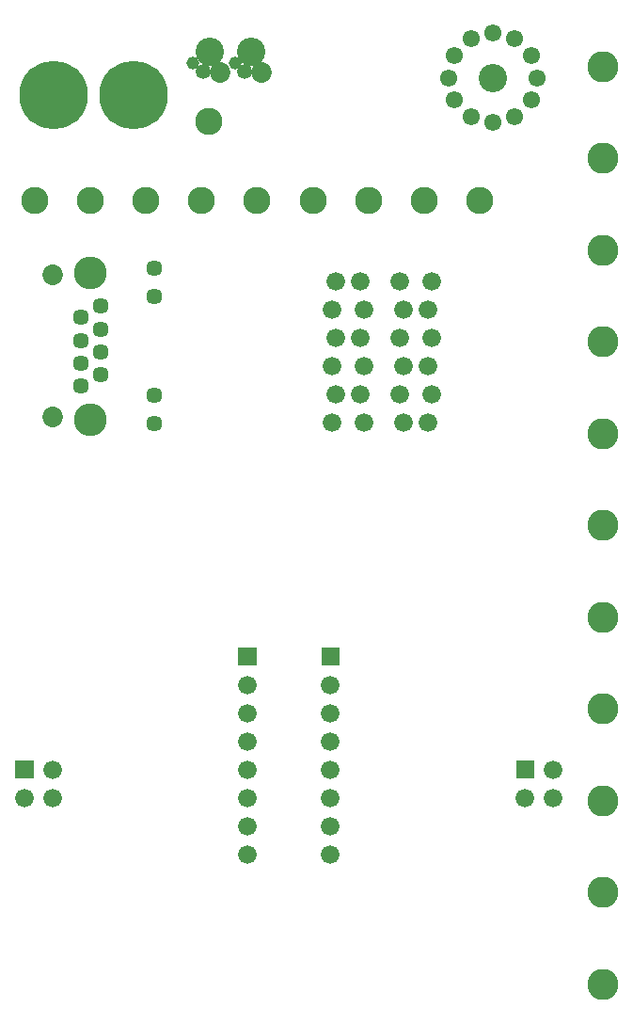
<source format=gbr>
G04 start of page 12 for group -4062 idx -4062 *
G04 Title: (unknown), soldermask *
G04 Creator: pcb 4.2.0 *
G04 CreationDate: Sat Jul  4 16:09:31 2020 UTC *
G04 For: commonadmin *
G04 Format: Gerber/RS-274X *
G04 PCB-Dimensions (mil): 3500.00 8250.00 *
G04 PCB-Coordinate-Origin: lower left *
%MOIN*%
%FSLAX25Y25*%
%LNBOTTOMMASK*%
%ADD199C,0.0001*%
%ADD198C,0.0532*%
%ADD197C,0.0454*%
%ADD196C,0.2422*%
%ADD195C,0.1162*%
%ADD194C,0.0729*%
%ADD193C,0.0960*%
%ADD192C,0.0572*%
%ADD191C,0.0660*%
%ADD190C,0.0966*%
%ADD189C,0.0611*%
%ADD188C,0.1005*%
%ADD187C,0.1103*%
G54D187*X218000Y807000D03*
Y774500D03*
Y742000D03*
Y709500D03*
Y677000D03*
G54D188*X179000Y803000D03*
G54D189*X194748D03*
X192583Y795126D03*
Y810874D03*
X179000Y818748D03*
X186677Y816780D03*
X171323D03*
X163252Y803000D03*
X165417Y795126D03*
Y810874D03*
X179000Y787252D03*
X171323Y789220D03*
X186677D03*
G54D190*X174240Y759500D03*
G54D191*X146000Y731000D03*
X157500D03*
X147500Y721000D03*
X132000Y731000D03*
X133500Y721000D03*
X156000D03*
X146000Y711000D03*
X147500Y701000D03*
X157500Y711000D03*
X156000Y701000D03*
X123500Y731000D03*
X122000Y721000D03*
X123500Y711000D03*
X122000Y701000D03*
X132000Y711000D03*
X133500Y701000D03*
G54D190*X115185Y759500D03*
X134870D03*
X154555D03*
G54D192*X58980Y725504D03*
Y735543D03*
G54D193*X78500Y787500D03*
G54D190*X56130Y759500D03*
X75815D03*
X95500D03*
G54D194*X22996Y733181D03*
G54D195*X36500Y733969D03*
G54D190*X16760Y759500D03*
X36445D03*
G54D196*X23500Y797000D03*
X51846D03*
G54D188*X78740Y812205D03*
X93504D03*
G54D197*X87598Y808268D03*
G54D194*X82283Y804724D03*
X97047D03*
G54D198*X91142Y805118D03*
X76378D03*
G54D197*X72835Y808268D03*
G54D194*X22996Y682787D03*
G54D195*X36500Y682000D03*
G54D192*X58980Y680425D03*
Y690465D03*
X32957Y701961D03*
Y693929D03*
X40043Y697945D03*
X32957Y709992D03*
Y718024D03*
X40043Y705976D03*
Y714008D03*
Y722039D03*
G54D187*X218000Y482000D03*
Y514500D03*
Y612000D03*
Y579500D03*
Y547000D03*
Y644500D03*
G54D191*X146000Y691000D03*
X157500D03*
X132000D03*
X123500D03*
X147500Y681000D03*
X156000D03*
X122000D03*
X133500D03*
G54D199*G36*
X88700Y601300D02*Y594700D01*
X95300D01*
Y601300D01*
X88700D01*
G37*
G54D191*X92000Y588000D03*
Y578000D03*
Y568000D03*
Y558000D03*
Y548000D03*
Y538000D03*
Y528000D03*
G54D199*G36*
X118200Y601300D02*Y594700D01*
X124800D01*
Y601300D01*
X118200D01*
G37*
G54D191*X121500Y588000D03*
Y578000D03*
Y568000D03*
Y558000D03*
Y548000D03*
Y538000D03*
Y528000D03*
G54D199*G36*
X9700Y561300D02*Y554700D01*
X16300D01*
Y561300D01*
X9700D01*
G37*
G54D191*X13000Y548000D03*
X23000D03*
Y558000D03*
G54D199*G36*
X187200Y561300D02*Y554700D01*
X193800D01*
Y561300D01*
X187200D01*
G37*
G54D191*X190500Y548000D03*
X200500D03*
Y558000D03*
M02*

</source>
